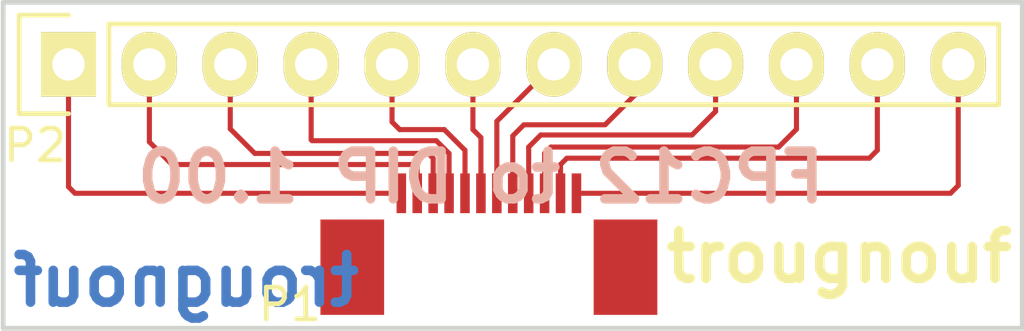
<source format=kicad_pcb>
(kicad_pcb (version 4) (host pcbnew 4.0.1-stable)

  (general
    (links 12)
    (no_connects 0)
    (area 133.03881 98.924999 165.325001 109.435)
    (thickness 1.6)
    (drawings 8)
    (tracks 51)
    (zones 0)
    (modules 2)
    (nets 13)
  )

  (page A4)
  (layers
    (0 F.Cu signal)
    (31 B.Cu signal)
    (32 B.Adhes user)
    (33 F.Adhes user)
    (34 B.Paste user)
    (35 F.Paste user)
    (36 B.SilkS user)
    (37 F.SilkS user)
    (38 B.Mask user)
    (39 F.Mask user)
    (40 Dwgs.User user)
    (41 Cmts.User user)
    (42 Eco1.User user)
    (43 Eco2.User user)
    (44 Edge.Cuts user)
    (45 Margin user)
    (46 B.CrtYd user)
    (47 F.CrtYd user)
    (48 B.Fab user)
    (49 F.Fab user)
  )

  (setup
    (last_trace_width 0.16)
    (trace_clearance 0.16)
    (zone_clearance 0.508)
    (zone_45_only no)
    (trace_min 0.16)
    (segment_width 0.2)
    (edge_width 0.15)
    (via_size 0.6)
    (via_drill 0.4)
    (via_min_size 0.4)
    (via_min_drill 0.3)
    (uvia_size 0.3)
    (uvia_drill 0.1)
    (uvias_allowed no)
    (uvia_min_size 0.2)
    (uvia_min_drill 0.1)
    (pcb_text_width 0.3)
    (pcb_text_size 1.5 1.5)
    (mod_edge_width 0.15)
    (mod_text_size 1 1)
    (mod_text_width 0.15)
    (pad_size 1.524 1.524)
    (pad_drill 0.762)
    (pad_to_mask_clearance 0.2)
    (aux_axis_origin 0 0)
    (visible_elements FFFFFF7F)
    (pcbplotparams
      (layerselection 0x010f0_80000001)
      (usegerberextensions true)
      (excludeedgelayer true)
      (linewidth 0.100000)
      (plotframeref false)
      (viasonmask false)
      (mode 1)
      (useauxorigin false)
      (hpglpennumber 1)
      (hpglpenspeed 20)
      (hpglpendiameter 15)
      (hpglpenoverlay 2)
      (psnegative false)
      (psa4output false)
      (plotreference true)
      (plotvalue true)
      (plotinvisibletext false)
      (padsonsilk false)
      (subtractmaskfromsilk false)
      (outputformat 1)
      (mirror false)
      (drillshape 0)
      (scaleselection 1)
      (outputdirectory Gerber/))
  )

  (net 0 "")
  (net 1 "Net-(P1-Pad6)")
  (net 2 "Net-(P1-Pad7)")
  (net 3 "Net-(P1-Pad5)")
  (net 4 "Net-(P1-Pad4)")
  (net 5 "Net-(P1-Pad3)")
  (net 6 "Net-(P1-Pad2)")
  (net 7 "Net-(P1-Pad1)")
  (net 8 "Net-(P1-Pad8)")
  (net 9 "Net-(P1-Pad9)")
  (net 10 "Net-(P1-Pad10)")
  (net 11 "Net-(P1-Pad11)")
  (net 12 "Net-(P1-Pad12)")

  (net_class Default "This is the default net class."
    (clearance 0.16)
    (trace_width 0.16)
    (via_dia 0.6)
    (via_drill 0.4)
    (uvia_dia 0.3)
    (uvia_drill 0.1)
    (add_net "Net-(P1-Pad1)")
    (add_net "Net-(P1-Pad10)")
    (add_net "Net-(P1-Pad11)")
    (add_net "Net-(P1-Pad12)")
    (add_net "Net-(P1-Pad2)")
    (add_net "Net-(P1-Pad3)")
    (add_net "Net-(P1-Pad4)")
    (add_net "Net-(P1-Pad5)")
    (add_net "Net-(P1-Pad6)")
    (add_net "Net-(P1-Pad7)")
    (add_net "Net-(P1-Pad8)")
    (add_net "Net-(P1-Pad9)")
  )

  (module con-trougnouf:FPC0.5mmConnector (layer F.Cu) (tedit 56884879) (tstamp 5688310F)
    (at 148.5011 105.0036)
    (path /56882AFB)
    (fp_text reference P1 (at -6.2511 3.4964) (layer F.SilkS)
      (effects (font (size 1 1) (thickness 0.15)))
    )
    (fp_text value CONN_01X12 (at -0.0011 2.7464) (layer F.Fab) hide
      (effects (font (size 1 1) (thickness 0.15)))
    )
    (pad 6 smd rect (at -0.25 0) (size 0.3 1.25) (layers F.Cu F.Paste F.Mask)
      (net 1 "Net-(P1-Pad6)"))
    (pad 7 smd rect (at 0.25 0) (size 0.3 1.25) (layers F.Cu F.Paste F.Mask)
      (net 2 "Net-(P1-Pad7)"))
    (pad 5 smd rect (at -0.75 0) (size 0.3 1.25) (layers F.Cu F.Paste F.Mask)
      (net 3 "Net-(P1-Pad5)"))
    (pad 4 smd rect (at -1.25 0) (size 0.3 1.25) (layers F.Cu F.Paste F.Mask)
      (net 4 "Net-(P1-Pad4)"))
    (pad 3 smd rect (at -1.75 0) (size 0.3 1.25) (layers F.Cu F.Paste F.Mask)
      (net 5 "Net-(P1-Pad3)"))
    (pad 2 smd rect (at -2.25 0) (size 0.3 1.25) (layers F.Cu F.Paste F.Mask)
      (net 6 "Net-(P1-Pad2)"))
    (pad 1 smd rect (at -2.75 0) (size 0.3 1.25) (layers F.Cu F.Paste F.Mask)
      (net 7 "Net-(P1-Pad1)"))
    (pad 8 smd rect (at 0.75 0) (size 0.3 1.25) (layers F.Cu F.Paste F.Mask)
      (net 8 "Net-(P1-Pad8)"))
    (pad 9 smd rect (at 1.25 0) (size 0.3 1.25) (layers F.Cu F.Paste F.Mask)
      (net 9 "Net-(P1-Pad9)"))
    (pad 10 smd rect (at 1.75 0) (size 0.3 1.25) (layers F.Cu F.Paste F.Mask)
      (net 10 "Net-(P1-Pad10)"))
    (pad 11 smd rect (at 2.25 0) (size 0.3 1.25) (layers F.Cu F.Paste F.Mask)
      (net 11 "Net-(P1-Pad11)"))
    (pad 12 smd rect (at 2.75 0) (size 0.3 1.25) (layers F.Cu F.Paste F.Mask)
      (net 12 "Net-(P1-Pad12)"))
    (pad "" smd rect (at -4.29 2.325) (size 2 3) (layers F.Cu F.Paste F.Mask))
    (pad "" smd rect (at 4.29 2.325) (size 2 3) (layers F.Cu F.Paste F.Mask))
  )

  (module Pin_Headers:Pin_Header_Straight_1x12 (layer F.Cu) (tedit 5688485A) (tstamp 5688311F)
    (at 135.3 100.95 90)
    (descr "Through hole pin header")
    (tags "pin header")
    (path /5688309C)
    (fp_text reference P2 (at -2.55 -1.05 180) (layer F.SilkS)
      (effects (font (size 1 1) (thickness 0.15)))
    )
    (fp_text value CONN_01X12 (at -4.8 2.95 360) (layer F.Fab)
      (effects (font (size 1 1) (thickness 0.15)))
    )
    (fp_line (start -1.75 -1.75) (end -1.75 29.7) (layer F.CrtYd) (width 0.05))
    (fp_line (start 1.75 -1.75) (end 1.75 29.7) (layer F.CrtYd) (width 0.05))
    (fp_line (start -1.75 -1.75) (end 1.75 -1.75) (layer F.CrtYd) (width 0.05))
    (fp_line (start -1.75 29.7) (end 1.75 29.7) (layer F.CrtYd) (width 0.05))
    (fp_line (start 1.27 1.27) (end 1.27 29.21) (layer F.SilkS) (width 0.15))
    (fp_line (start 1.27 29.21) (end -1.27 29.21) (layer F.SilkS) (width 0.15))
    (fp_line (start -1.27 29.21) (end -1.27 1.27) (layer F.SilkS) (width 0.15))
    (fp_line (start 1.55 -1.55) (end 1.55 0) (layer F.SilkS) (width 0.15))
    (fp_line (start 1.27 1.27) (end -1.27 1.27) (layer F.SilkS) (width 0.15))
    (fp_line (start -1.55 0) (end -1.55 -1.55) (layer F.SilkS) (width 0.15))
    (fp_line (start -1.55 -1.55) (end 1.55 -1.55) (layer F.SilkS) (width 0.15))
    (pad 1 thru_hole rect (at 0 0 90) (size 2.032 1.7272) (drill 1.016) (layers *.Cu *.Mask F.SilkS)
      (net 7 "Net-(P1-Pad1)"))
    (pad 2 thru_hole oval (at 0 2.54 90) (size 2.032 1.7272) (drill 1.016) (layers *.Cu *.Mask F.SilkS)
      (net 6 "Net-(P1-Pad2)"))
    (pad 3 thru_hole oval (at 0 5.08 90) (size 2.032 1.7272) (drill 1.016) (layers *.Cu *.Mask F.SilkS)
      (net 5 "Net-(P1-Pad3)"))
    (pad 4 thru_hole oval (at 0 7.62 90) (size 2.032 1.7272) (drill 1.016) (layers *.Cu *.Mask F.SilkS)
      (net 4 "Net-(P1-Pad4)"))
    (pad 5 thru_hole oval (at 0 10.16 90) (size 2.032 1.7272) (drill 1.016) (layers *.Cu *.Mask F.SilkS)
      (net 3 "Net-(P1-Pad5)"))
    (pad 6 thru_hole oval (at 0 12.7 90) (size 2.032 1.7272) (drill 1.016) (layers *.Cu *.Mask F.SilkS)
      (net 1 "Net-(P1-Pad6)"))
    (pad 7 thru_hole oval (at 0 15.24 90) (size 2.032 1.7272) (drill 1.016) (layers *.Cu *.Mask F.SilkS)
      (net 2 "Net-(P1-Pad7)"))
    (pad 8 thru_hole oval (at 0 17.78 90) (size 2.032 1.7272) (drill 1.016) (layers *.Cu *.Mask F.SilkS)
      (net 8 "Net-(P1-Pad8)"))
    (pad 9 thru_hole oval (at 0 20.32 90) (size 2.032 1.7272) (drill 1.016) (layers *.Cu *.Mask F.SilkS)
      (net 9 "Net-(P1-Pad9)"))
    (pad 10 thru_hole oval (at 0 22.86 90) (size 2.032 1.7272) (drill 1.016) (layers *.Cu *.Mask F.SilkS)
      (net 10 "Net-(P1-Pad10)"))
    (pad 11 thru_hole oval (at 0 25.4 90) (size 2.032 1.7272) (drill 1.016) (layers *.Cu *.Mask F.SilkS)
      (net 11 "Net-(P1-Pad11)"))
    (pad 12 thru_hole oval (at 0 27.94 90) (size 2.032 1.7272) (drill 1.016) (layers *.Cu *.Mask F.SilkS)
      (net 12 "Net-(P1-Pad12)"))
    (model Pin_Headers.3dshapes/Pin_Header_Straight_1x12.wrl
      (at (xyz 0 -0.55 0))
      (scale (xyz 1 1 1))
      (rotate (xyz 0 0 90))
    )
  )

  (gr_text trougnouf (at 139 107.75) (layer B.Cu)
    (effects (font (size 1.5 1.5) (thickness 0.3)) (justify mirror))
  )
  (gr_text "FPC12 to DIP 1.00" (at 148.25 104.5) (layer B.SilkS)
    (effects (font (size 1.5 1.5) (thickness 0.3)) (justify mirror))
  )
  (gr_text trougnouf (at 159.5 107) (layer F.SilkS)
    (effects (font (size 1.5 1.5) (thickness 0.3)))
  )
  (gr_line (start 133.25 99) (end 165.25 99) (angle 90) (layer Edge.Cuts) (width 0.15))
  (gr_line (start 133.25 99.25) (end 133.25 99) (angle 90) (layer Edge.Cuts) (width 0.15))
  (gr_line (start 133.25 109.25) (end 133.25 99.25) (angle 90) (layer Edge.Cuts) (width 0.15))
  (gr_line (start 165.25 109.25) (end 133.25 109.25) (angle 90) (layer Edge.Cuts) (width 0.15))
  (gr_line (start 165.25 99) (end 165.25 109.25) (angle 90) (layer Edge.Cuts) (width 0.15))

  (segment (start 148 100.95) (end 148 103) (width 0.16) (layer F.Cu) (net 1))
  (segment (start 148.2511 103.2511) (end 148.2511 105.0036) (width 0.16) (layer F.Cu) (net 1) (tstamp 5688362A))
  (segment (start 148 103) (end 148.2511 103.2511) (width 0.16) (layer F.Cu) (net 1) (tstamp 56883629))
  (segment (start 148.7511 105.0036) (end 148.7511 102.7389) (width 0.16) (layer F.Cu) (net 2))
  (segment (start 148.7511 102.7389) (end 150.54 100.95) (width 0.16) (layer F.Cu) (net 2) (tstamp 56883678))
  (segment (start 145.46 100.95) (end 145.46 102.76) (width 0.16) (layer F.Cu) (net 3))
  (segment (start 147.7511 103.6511) (end 147.7511 105.0036) (width 0.16) (layer F.Cu) (net 3) (tstamp 56883624))
  (segment (start 147.1 103) (end 147.7511 103.6511) (width 0.16) (layer F.Cu) (net 3) (tstamp 56883622))
  (segment (start 145.7 103) (end 147.1 103) (width 0.16) (layer F.Cu) (net 3) (tstamp 5688361E))
  (segment (start 145.46 102.76) (end 145.7 103) (width 0.16) (layer F.Cu) (net 3) (tstamp 5688361C))
  (segment (start 142.92 100.95) (end 142.92 103.32) (width 0.16) (layer F.Cu) (net 4))
  (segment (start 147.2511 103.7511) (end 147.2511 105.0036) (width 0.16) (layer F.Cu) (net 4) (tstamp 56883618))
  (segment (start 146.85 103.35) (end 147.2511 103.7511) (width 0.16) (layer F.Cu) (net 4) (tstamp 56883612))
  (segment (start 142.95 103.35) (end 146.85 103.35) (width 0.16) (layer F.Cu) (net 4) (tstamp 5688360A))
  (segment (start 142.92 103.32) (end 142.95 103.35) (width 0.16) (layer F.Cu) (net 4) (tstamp 56883609))
  (segment (start 140.38 100.95) (end 140.38 102.98) (width 0.16) (layer F.Cu) (net 5))
  (segment (start 146.7511 103.9011) (end 146.7511 105.0036) (width 0.16) (layer F.Cu) (net 5) (tstamp 56883605))
  (segment (start 146.6 103.75) (end 146.7511 103.9011) (width 0.16) (layer F.Cu) (net 5) (tstamp 56883604))
  (segment (start 141.15 103.75) (end 146.6 103.75) (width 0.16) (layer F.Cu) (net 5) (tstamp 56883602))
  (segment (start 140.38 102.98) (end 141.15 103.75) (width 0.16) (layer F.Cu) (net 5) (tstamp 56883601))
  (segment (start 137.84 100.95) (end 137.84 103.39) (width 0.16) (layer F.Cu) (net 6))
  (segment (start 146.2511 104.1511) (end 146.2511 105.0036) (width 0.16) (layer F.Cu) (net 6) (tstamp 568835FE))
  (segment (start 146.2 104.1) (end 146.2511 104.1511) (width 0.16) (layer F.Cu) (net 6) (tstamp 568835FD))
  (segment (start 138.55 104.1) (end 146.2 104.1) (width 0.16) (layer F.Cu) (net 6) (tstamp 568835FB))
  (segment (start 137.84 103.39) (end 138.55 104.1) (width 0.16) (layer F.Cu) (net 6) (tstamp 568835FA))
  (segment (start 135.3 100.95) (end 135.3 104.8) (width 0.16) (layer F.Cu) (net 7))
  (segment (start 135.5036 105.0036) (end 145.7511 105.0036) (width 0.16) (layer F.Cu) (net 7) (tstamp 568835F7))
  (segment (start 135.3 104.8) (end 135.5036 105.0036) (width 0.16) (layer F.Cu) (net 7) (tstamp 568835F6))
  (segment (start 153.08 100.95) (end 153.08 101.92) (width 0.16) (layer F.Cu) (net 8))
  (segment (start 153.08 101.92) (end 152.15 102.85) (width 0.16) (layer F.Cu) (net 8) (tstamp 56883680))
  (segment (start 152.15 102.85) (end 149.6 102.85) (width 0.16) (layer F.Cu) (net 8) (tstamp 56883690))
  (segment (start 149.6 102.85) (end 149.2511 103.1989) (width 0.16) (layer F.Cu) (net 8) (tstamp 56883693))
  (segment (start 149.2511 103.1989) (end 149.2511 105.0036) (width 0.16) (layer F.Cu) (net 8) (tstamp 56883694))
  (segment (start 155.62 100.95) (end 155.62 102.43) (width 0.16) (layer F.Cu) (net 9))
  (segment (start 149.7511 103.5489) (end 149.7511 105.0036) (width 0.16) (layer F.Cu) (net 9) (tstamp 5688369E))
  (segment (start 150.129998 103.170002) (end 149.7511 103.5489) (width 0.16) (layer F.Cu) (net 9) (tstamp 5688369D))
  (segment (start 154.879998 103.170002) (end 150.129998 103.170002) (width 0.16) (layer F.Cu) (net 9) (tstamp 56883699))
  (segment (start 155.62 102.43) (end 154.879998 103.170002) (width 0.16) (layer F.Cu) (net 9) (tstamp 56883697))
  (segment (start 158.16 100.95) (end 158.16 102.99) (width 0.16) (layer F.Cu) (net 10))
  (segment (start 150.2511 103.7489) (end 150.2511 105.0036) (width 0.16) (layer F.Cu) (net 10) (tstamp 568836A7))
  (segment (start 150.45 103.55) (end 150.2511 103.7489) (width 0.16) (layer F.Cu) (net 10) (tstamp 568836A5))
  (segment (start 157.6 103.55) (end 150.45 103.55) (width 0.16) (layer F.Cu) (net 10) (tstamp 568836A3))
  (segment (start 158.16 102.99) (end 157.6 103.55) (width 0.16) (layer F.Cu) (net 10) (tstamp 568836A1))
  (segment (start 160.7 100.95) (end 160.7 103.65) (width 0.16) (layer F.Cu) (net 11))
  (segment (start 150.7511 104.0989) (end 150.7511 105.0036) (width 0.16) (layer F.Cu) (net 11) (tstamp 568836B6))
  (segment (start 150.95 103.9) (end 150.7511 104.0989) (width 0.16) (layer F.Cu) (net 11) (tstamp 568836B5))
  (segment (start 160.45 103.9) (end 150.95 103.9) (width 0.16) (layer F.Cu) (net 11) (tstamp 568836B1))
  (segment (start 160.7 103.65) (end 160.45 103.9) (width 0.16) (layer F.Cu) (net 11) (tstamp 568836AF))
  (segment (start 163.24 100.95) (end 163.24 104.76) (width 0.16) (layer F.Cu) (net 12))
  (segment (start 162.9964 105.0036) (end 151.2511 105.0036) (width 0.16) (layer F.Cu) (net 12) (tstamp 568836BC))
  (segment (start 163.24 104.76) (end 162.9964 105.0036) (width 0.16) (layer F.Cu) (net 12) (tstamp 568836B9))

)

</source>
